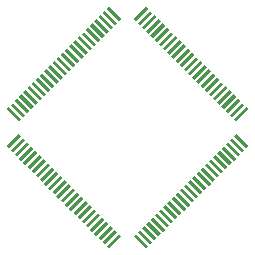
<source format=gbr>
G04 #@! TF.GenerationSoftware,KiCad,Pcbnew,5.0.0-rc2-unknown-da66005~65~ubuntu16.04.1*
G04 #@! TF.CreationDate,2018-05-28T11:28:40+02:00*
G04 #@! TF.ProjectId,AD8113 Breakout LQFP 100,41443831313320427265616B6F757420,rev?*
G04 #@! TF.SameCoordinates,Original*
G04 #@! TF.FileFunction,Paste,Top*
G04 #@! TF.FilePolarity,Positive*
%FSLAX46Y46*%
G04 Gerber Fmt 4.6, Leading zero omitted, Abs format (unit mm)*
G04 Created by KiCad (PCBNEW 5.0.0-rc2-unknown-da66005~65~ubuntu16.04.1) date Mon May 28 11:28:40 2018*
%MOMM*%
%LPD*%
G01*
G04 APERTURE LIST*
%ADD10C,0.279400*%
%ADD11C,0.050000*%
G04 APERTURE END LIST*
D10*
G04 #@! TO.C,U1*
X167515512Y-108690795D03*
D11*
G36*
X167093440Y-108071157D02*
X168135150Y-109112867D01*
X167937584Y-109310433D01*
X166895874Y-108268723D01*
X167093440Y-108071157D01*
X167093440Y-108071157D01*
G37*
D10*
X167869067Y-108337240D03*
D11*
G36*
X167446995Y-107717602D02*
X168488705Y-108759312D01*
X168291139Y-108956878D01*
X167249429Y-107915168D01*
X167446995Y-107717602D01*
X167446995Y-107717602D01*
G37*
D10*
X168222620Y-107983688D03*
D11*
G36*
X167800548Y-107364050D02*
X168842258Y-108405760D01*
X168644692Y-108603326D01*
X167602982Y-107561616D01*
X167800548Y-107364050D01*
X167800548Y-107364050D01*
G37*
D10*
X168576172Y-107630135D03*
D11*
G36*
X168154100Y-107010497D02*
X169195810Y-108052207D01*
X168998244Y-108249773D01*
X167956534Y-107208063D01*
X168154100Y-107010497D01*
X168154100Y-107010497D01*
G37*
D10*
X168929727Y-107276581D03*
D11*
G36*
X168507655Y-106656943D02*
X169549365Y-107698653D01*
X169351799Y-107896219D01*
X168310089Y-106854509D01*
X168507655Y-106656943D01*
X168507655Y-106656943D01*
G37*
D10*
X169283279Y-106923028D03*
D11*
G36*
X168861207Y-106303390D02*
X169902917Y-107345100D01*
X169705351Y-107542666D01*
X168663641Y-106500956D01*
X168861207Y-106303390D01*
X168861207Y-106303390D01*
G37*
D10*
X169636834Y-106569473D03*
D11*
G36*
X169214762Y-105949835D02*
X170256472Y-106991545D01*
X170058906Y-107189111D01*
X169017196Y-106147401D01*
X169214762Y-105949835D01*
X169214762Y-105949835D01*
G37*
D10*
X169990387Y-106215921D03*
D11*
G36*
X169568315Y-105596283D02*
X170610025Y-106637993D01*
X170412459Y-106835559D01*
X169370749Y-105793849D01*
X169568315Y-105596283D01*
X169568315Y-105596283D01*
G37*
D10*
X170343939Y-105862368D03*
D11*
G36*
X169921867Y-105242730D02*
X170963577Y-106284440D01*
X170766011Y-106482006D01*
X169724301Y-105440296D01*
X169921867Y-105242730D01*
X169921867Y-105242730D01*
G37*
D10*
X170697494Y-105508814D03*
D11*
G36*
X170275422Y-104889176D02*
X171317132Y-105930886D01*
X171119566Y-106128452D01*
X170077856Y-105086742D01*
X170275422Y-104889176D01*
X170275422Y-104889176D01*
G37*
D10*
X171051046Y-105155261D03*
D11*
G36*
X170628974Y-104535623D02*
X171670684Y-105577333D01*
X171473118Y-105774899D01*
X170431408Y-104733189D01*
X170628974Y-104535623D01*
X170628974Y-104535623D01*
G37*
D10*
X171404599Y-104801708D03*
D11*
G36*
X170982527Y-104182070D02*
X172024237Y-105223780D01*
X171826671Y-105421346D01*
X170784961Y-104379636D01*
X170982527Y-104182070D01*
X170982527Y-104182070D01*
G37*
D10*
X171758154Y-104448154D03*
D11*
G36*
X171336082Y-103828516D02*
X172377792Y-104870226D01*
X172180226Y-105067792D01*
X171138516Y-104026082D01*
X171336082Y-103828516D01*
X171336082Y-103828516D01*
G37*
D10*
X172111706Y-104094601D03*
D11*
G36*
X171689634Y-103474963D02*
X172731344Y-104516673D01*
X172533778Y-104714239D01*
X171492068Y-103672529D01*
X171689634Y-103474963D01*
X171689634Y-103474963D01*
G37*
D10*
X172465261Y-103741046D03*
D11*
G36*
X172043189Y-103121408D02*
X173084899Y-104163118D01*
X172887333Y-104360684D01*
X171845623Y-103318974D01*
X172043189Y-103121408D01*
X172043189Y-103121408D01*
G37*
D10*
X172818814Y-103387494D03*
D11*
G36*
X172396742Y-102767856D02*
X173438452Y-103809566D01*
X173240886Y-104007132D01*
X172199176Y-102965422D01*
X172396742Y-102767856D01*
X172396742Y-102767856D01*
G37*
D10*
X173172367Y-103033941D03*
D11*
G36*
X172750295Y-102414303D02*
X173792005Y-103456013D01*
X173594439Y-103653579D01*
X172552729Y-102611869D01*
X172750295Y-102414303D01*
X172750295Y-102414303D01*
G37*
D10*
X173525921Y-102680387D03*
D11*
G36*
X173103849Y-102060749D02*
X174145559Y-103102459D01*
X173947993Y-103300025D01*
X172906283Y-102258315D01*
X173103849Y-102060749D01*
X173103849Y-102060749D01*
G37*
D10*
X173879473Y-102326834D03*
D11*
G36*
X173457401Y-101707196D02*
X174499111Y-102748906D01*
X174301545Y-102946472D01*
X173259835Y-101904762D01*
X173457401Y-101707196D01*
X173457401Y-101707196D01*
G37*
D10*
X174233028Y-101973279D03*
D11*
G36*
X173810956Y-101353641D02*
X174852666Y-102395351D01*
X174655100Y-102592917D01*
X173613390Y-101551207D01*
X173810956Y-101353641D01*
X173810956Y-101353641D01*
G37*
D10*
X174586581Y-101619727D03*
D11*
G36*
X174164509Y-101000089D02*
X175206219Y-102041799D01*
X175008653Y-102239365D01*
X173966943Y-101197655D01*
X174164509Y-101000089D01*
X174164509Y-101000089D01*
G37*
D10*
X174940133Y-101266174D03*
D11*
G36*
X174518061Y-100646536D02*
X175559771Y-101688246D01*
X175362205Y-101885812D01*
X174320495Y-100844102D01*
X174518061Y-100646536D01*
X174518061Y-100646536D01*
G37*
D10*
X175293688Y-100912620D03*
D11*
G36*
X174871616Y-100292982D02*
X175913326Y-101334692D01*
X175715760Y-101532258D01*
X174674050Y-100490548D01*
X174871616Y-100292982D01*
X174871616Y-100292982D01*
G37*
D10*
X175647240Y-100559067D03*
D11*
G36*
X175225168Y-99939429D02*
X176266878Y-100981139D01*
X176069312Y-101178705D01*
X175027602Y-100136995D01*
X175225168Y-99939429D01*
X175225168Y-99939429D01*
G37*
D10*
X176000795Y-100205512D03*
D11*
G36*
X175578723Y-99585874D02*
X176620433Y-100627584D01*
X176422867Y-100825150D01*
X175381157Y-99783440D01*
X175578723Y-99585874D01*
X175578723Y-99585874D01*
G37*
D10*
X176000795Y-97914488D03*
D11*
G36*
X176620433Y-97492416D02*
X175578723Y-98534126D01*
X175381157Y-98336560D01*
X176422867Y-97294850D01*
X176620433Y-97492416D01*
X176620433Y-97492416D01*
G37*
D10*
X175647240Y-97560933D03*
D11*
G36*
X176266878Y-97138861D02*
X175225168Y-98180571D01*
X175027602Y-97983005D01*
X176069312Y-96941295D01*
X176266878Y-97138861D01*
X176266878Y-97138861D01*
G37*
D10*
X175293688Y-97207380D03*
D11*
G36*
X175913326Y-96785308D02*
X174871616Y-97827018D01*
X174674050Y-97629452D01*
X175715760Y-96587742D01*
X175913326Y-96785308D01*
X175913326Y-96785308D01*
G37*
D10*
X174940135Y-96853828D03*
D11*
G36*
X175559773Y-96431756D02*
X174518063Y-97473466D01*
X174320497Y-97275900D01*
X175362207Y-96234190D01*
X175559773Y-96431756D01*
X175559773Y-96431756D01*
G37*
D10*
X174586581Y-96500273D03*
D11*
G36*
X175206219Y-96078201D02*
X174164509Y-97119911D01*
X173966943Y-96922345D01*
X175008653Y-95880635D01*
X175206219Y-96078201D01*
X175206219Y-96078201D01*
G37*
D10*
X174233028Y-96146721D03*
D11*
G36*
X174852666Y-95724649D02*
X173810956Y-96766359D01*
X173613390Y-96568793D01*
X174655100Y-95527083D01*
X174852666Y-95724649D01*
X174852666Y-95724649D01*
G37*
D10*
X173879473Y-95793166D03*
D11*
G36*
X174499111Y-95371094D02*
X173457401Y-96412804D01*
X173259835Y-96215238D01*
X174301545Y-95173528D01*
X174499111Y-95371094D01*
X174499111Y-95371094D01*
G37*
D10*
X173525921Y-95439613D03*
D11*
G36*
X174145559Y-95017541D02*
X173103849Y-96059251D01*
X172906283Y-95861685D01*
X173947993Y-94819975D01*
X174145559Y-95017541D01*
X174145559Y-95017541D01*
G37*
D10*
X173172368Y-95086061D03*
D11*
G36*
X173792006Y-94663989D02*
X172750296Y-95705699D01*
X172552730Y-95508133D01*
X173594440Y-94466423D01*
X173792006Y-94663989D01*
X173792006Y-94663989D01*
G37*
D10*
X172818814Y-94732506D03*
D11*
G36*
X173438452Y-94310434D02*
X172396742Y-95352144D01*
X172199176Y-95154578D01*
X173240886Y-94112868D01*
X173438452Y-94310434D01*
X173438452Y-94310434D01*
G37*
D10*
X172465261Y-94378954D03*
D11*
G36*
X173084899Y-93956882D02*
X172043189Y-94998592D01*
X171845623Y-94801026D01*
X172887333Y-93759316D01*
X173084899Y-93956882D01*
X173084899Y-93956882D01*
G37*
D10*
X172111706Y-94025399D03*
D11*
G36*
X172731344Y-93603327D02*
X171689634Y-94645037D01*
X171492068Y-94447471D01*
X172533778Y-93405761D01*
X172731344Y-93603327D01*
X172731344Y-93603327D01*
G37*
D10*
X171758154Y-93671846D03*
D11*
G36*
X172377792Y-93249774D02*
X171336082Y-94291484D01*
X171138516Y-94093918D01*
X172180226Y-93052208D01*
X172377792Y-93249774D01*
X172377792Y-93249774D01*
G37*
D10*
X171404601Y-93318294D03*
D11*
G36*
X172024239Y-92896222D02*
X170982529Y-93937932D01*
X170784963Y-93740366D01*
X171826673Y-92698656D01*
X172024239Y-92896222D01*
X172024239Y-92896222D01*
G37*
D10*
X171051046Y-92964739D03*
D11*
G36*
X171670684Y-92542667D02*
X170628974Y-93584377D01*
X170431408Y-93386811D01*
X171473118Y-92345101D01*
X171670684Y-92542667D01*
X171670684Y-92542667D01*
G37*
D10*
X170697494Y-92611186D03*
D11*
G36*
X171317132Y-92189114D02*
X170275422Y-93230824D01*
X170077856Y-93033258D01*
X171119566Y-91991548D01*
X171317132Y-92189114D01*
X171317132Y-92189114D01*
G37*
D10*
X170343939Y-92257632D03*
D11*
G36*
X170963577Y-91835560D02*
X169921867Y-92877270D01*
X169724301Y-92679704D01*
X170766011Y-91637994D01*
X170963577Y-91835560D01*
X170963577Y-91835560D01*
G37*
D10*
X169990387Y-91904079D03*
D11*
G36*
X170610025Y-91482007D02*
X169568315Y-92523717D01*
X169370749Y-92326151D01*
X170412459Y-91284441D01*
X170610025Y-91482007D01*
X170610025Y-91482007D01*
G37*
D10*
X169636834Y-91550527D03*
D11*
G36*
X170256472Y-91128455D02*
X169214762Y-92170165D01*
X169017196Y-91972599D01*
X170058906Y-90930889D01*
X170256472Y-91128455D01*
X170256472Y-91128455D01*
G37*
D10*
X169283279Y-91196972D03*
D11*
G36*
X169902917Y-90774900D02*
X168861207Y-91816610D01*
X168663641Y-91619044D01*
X169705351Y-90577334D01*
X169902917Y-90774900D01*
X169902917Y-90774900D01*
G37*
D10*
X168929727Y-90843419D03*
D11*
G36*
X169549365Y-90421347D02*
X168507655Y-91463057D01*
X168310089Y-91265491D01*
X169351799Y-90223781D01*
X169549365Y-90421347D01*
X169549365Y-90421347D01*
G37*
D10*
X168576172Y-90489865D03*
D11*
G36*
X169195810Y-90067793D02*
X168154100Y-91109503D01*
X167956534Y-90911937D01*
X168998244Y-89870227D01*
X169195810Y-90067793D01*
X169195810Y-90067793D01*
G37*
D10*
X168222620Y-90136312D03*
D11*
G36*
X168842258Y-89714240D02*
X167800548Y-90755950D01*
X167602982Y-90558384D01*
X168644692Y-89516674D01*
X168842258Y-89714240D01*
X168842258Y-89714240D01*
G37*
D10*
X167869067Y-89782760D03*
D11*
G36*
X168488705Y-89360688D02*
X167446995Y-90402398D01*
X167249429Y-90204832D01*
X168291139Y-89163122D01*
X168488705Y-89360688D01*
X168488705Y-89360688D01*
G37*
D10*
X167515512Y-89429205D03*
D11*
G36*
X168135150Y-89007133D02*
X167093440Y-90048843D01*
X166895874Y-89851277D01*
X167937584Y-88809567D01*
X168135150Y-89007133D01*
X168135150Y-89007133D01*
G37*
D10*
X165224488Y-89429205D03*
D11*
G36*
X164802416Y-88809567D02*
X165844126Y-89851277D01*
X165646560Y-90048843D01*
X164604850Y-89007133D01*
X164802416Y-88809567D01*
X164802416Y-88809567D01*
G37*
D10*
X164870933Y-89782760D03*
D11*
G36*
X164448861Y-89163122D02*
X165490571Y-90204832D01*
X165293005Y-90402398D01*
X164251295Y-89360688D01*
X164448861Y-89163122D01*
X164448861Y-89163122D01*
G37*
D10*
X164517380Y-90136312D03*
D11*
G36*
X164095308Y-89516674D02*
X165137018Y-90558384D01*
X164939452Y-90755950D01*
X163897742Y-89714240D01*
X164095308Y-89516674D01*
X164095308Y-89516674D01*
G37*
D10*
X164163828Y-90489865D03*
D11*
G36*
X163741756Y-89870227D02*
X164783466Y-90911937D01*
X164585900Y-91109503D01*
X163544190Y-90067793D01*
X163741756Y-89870227D01*
X163741756Y-89870227D01*
G37*
D10*
X163810273Y-90843419D03*
D11*
G36*
X163388201Y-90223781D02*
X164429911Y-91265491D01*
X164232345Y-91463057D01*
X163190635Y-90421347D01*
X163388201Y-90223781D01*
X163388201Y-90223781D01*
G37*
D10*
X163456721Y-91196972D03*
D11*
G36*
X163034649Y-90577334D02*
X164076359Y-91619044D01*
X163878793Y-91816610D01*
X162837083Y-90774900D01*
X163034649Y-90577334D01*
X163034649Y-90577334D01*
G37*
D10*
X163103166Y-91550527D03*
D11*
G36*
X162681094Y-90930889D02*
X163722804Y-91972599D01*
X163525238Y-92170165D01*
X162483528Y-91128455D01*
X162681094Y-90930889D01*
X162681094Y-90930889D01*
G37*
D10*
X162749613Y-91904079D03*
D11*
G36*
X162327541Y-91284441D02*
X163369251Y-92326151D01*
X163171685Y-92523717D01*
X162129975Y-91482007D01*
X162327541Y-91284441D01*
X162327541Y-91284441D01*
G37*
D10*
X162396061Y-92257632D03*
D11*
G36*
X161973989Y-91637994D02*
X163015699Y-92679704D01*
X162818133Y-92877270D01*
X161776423Y-91835560D01*
X161973989Y-91637994D01*
X161973989Y-91637994D01*
G37*
D10*
X162042506Y-92611186D03*
D11*
G36*
X161620434Y-91991548D02*
X162662144Y-93033258D01*
X162464578Y-93230824D01*
X161422868Y-92189114D01*
X161620434Y-91991548D01*
X161620434Y-91991548D01*
G37*
D10*
X161688954Y-92964739D03*
D11*
G36*
X161266882Y-92345101D02*
X162308592Y-93386811D01*
X162111026Y-93584377D01*
X161069316Y-92542667D01*
X161266882Y-92345101D01*
X161266882Y-92345101D01*
G37*
D10*
X161335399Y-93318294D03*
D11*
G36*
X160913327Y-92698656D02*
X161955037Y-93740366D01*
X161757471Y-93937932D01*
X160715761Y-92896222D01*
X160913327Y-92698656D01*
X160913327Y-92698656D01*
G37*
D10*
X160981846Y-93671846D03*
D11*
G36*
X160559774Y-93052208D02*
X161601484Y-94093918D01*
X161403918Y-94291484D01*
X160362208Y-93249774D01*
X160559774Y-93052208D01*
X160559774Y-93052208D01*
G37*
D10*
X160628294Y-94025399D03*
D11*
G36*
X160206222Y-93405761D02*
X161247932Y-94447471D01*
X161050366Y-94645037D01*
X160008656Y-93603327D01*
X160206222Y-93405761D01*
X160206222Y-93405761D01*
G37*
D10*
X160274739Y-94378954D03*
D11*
G36*
X159852667Y-93759316D02*
X160894377Y-94801026D01*
X160696811Y-94998592D01*
X159655101Y-93956882D01*
X159852667Y-93759316D01*
X159852667Y-93759316D01*
G37*
D10*
X159921186Y-94732506D03*
D11*
G36*
X159499114Y-94112868D02*
X160540824Y-95154578D01*
X160343258Y-95352144D01*
X159301548Y-94310434D01*
X159499114Y-94112868D01*
X159499114Y-94112868D01*
G37*
D10*
X159567632Y-95086061D03*
D11*
G36*
X159145560Y-94466423D02*
X160187270Y-95508133D01*
X159989704Y-95705699D01*
X158947994Y-94663989D01*
X159145560Y-94466423D01*
X159145560Y-94466423D01*
G37*
D10*
X159214079Y-95439613D03*
D11*
G36*
X158792007Y-94819975D02*
X159833717Y-95861685D01*
X159636151Y-96059251D01*
X158594441Y-95017541D01*
X158792007Y-94819975D01*
X158792007Y-94819975D01*
G37*
D10*
X158860527Y-95793166D03*
D11*
G36*
X158438455Y-95173528D02*
X159480165Y-96215238D01*
X159282599Y-96412804D01*
X158240889Y-95371094D01*
X158438455Y-95173528D01*
X158438455Y-95173528D01*
G37*
D10*
X158506972Y-96146721D03*
D11*
G36*
X158084900Y-95527083D02*
X159126610Y-96568793D01*
X158929044Y-96766359D01*
X157887334Y-95724649D01*
X158084900Y-95527083D01*
X158084900Y-95527083D01*
G37*
D10*
X158153419Y-96500273D03*
D11*
G36*
X157731347Y-95880635D02*
X158773057Y-96922345D01*
X158575491Y-97119911D01*
X157533781Y-96078201D01*
X157731347Y-95880635D01*
X157731347Y-95880635D01*
G37*
D10*
X157799865Y-96853828D03*
D11*
G36*
X157377793Y-96234190D02*
X158419503Y-97275900D01*
X158221937Y-97473466D01*
X157180227Y-96431756D01*
X157377793Y-96234190D01*
X157377793Y-96234190D01*
G37*
D10*
X157446312Y-97207380D03*
D11*
G36*
X157024240Y-96587742D02*
X158065950Y-97629452D01*
X157868384Y-97827018D01*
X156826674Y-96785308D01*
X157024240Y-96587742D01*
X157024240Y-96587742D01*
G37*
D10*
X157092760Y-97560933D03*
D11*
G36*
X156670688Y-96941295D02*
X157712398Y-97983005D01*
X157514832Y-98180571D01*
X156473122Y-97138861D01*
X156670688Y-96941295D01*
X156670688Y-96941295D01*
G37*
D10*
X156739205Y-97914488D03*
D11*
G36*
X156317133Y-97294850D02*
X157358843Y-98336560D01*
X157161277Y-98534126D01*
X156119567Y-97492416D01*
X156317133Y-97294850D01*
X156317133Y-97294850D01*
G37*
D10*
X156739205Y-100205512D03*
D11*
G36*
X157358843Y-99783440D02*
X156317133Y-100825150D01*
X156119567Y-100627584D01*
X157161277Y-99585874D01*
X157358843Y-99783440D01*
X157358843Y-99783440D01*
G37*
D10*
X157092760Y-100559067D03*
D11*
G36*
X157712398Y-100136995D02*
X156670688Y-101178705D01*
X156473122Y-100981139D01*
X157514832Y-99939429D01*
X157712398Y-100136995D01*
X157712398Y-100136995D01*
G37*
D10*
X157446312Y-100912620D03*
D11*
G36*
X158065950Y-100490548D02*
X157024240Y-101532258D01*
X156826674Y-101334692D01*
X157868384Y-100292982D01*
X158065950Y-100490548D01*
X158065950Y-100490548D01*
G37*
D10*
X157799865Y-101266172D03*
D11*
G36*
X158419503Y-100844100D02*
X157377793Y-101885810D01*
X157180227Y-101688244D01*
X158221937Y-100646534D01*
X158419503Y-100844100D01*
X158419503Y-100844100D01*
G37*
D10*
X158153419Y-101619727D03*
D11*
G36*
X158773057Y-101197655D02*
X157731347Y-102239365D01*
X157533781Y-102041799D01*
X158575491Y-101000089D01*
X158773057Y-101197655D01*
X158773057Y-101197655D01*
G37*
D10*
X158506972Y-101973279D03*
D11*
G36*
X159126610Y-101551207D02*
X158084900Y-102592917D01*
X157887334Y-102395351D01*
X158929044Y-101353641D01*
X159126610Y-101551207D01*
X159126610Y-101551207D01*
G37*
D10*
X158860527Y-102326834D03*
D11*
G36*
X159480165Y-101904762D02*
X158438455Y-102946472D01*
X158240889Y-102748906D01*
X159282599Y-101707196D01*
X159480165Y-101904762D01*
X159480165Y-101904762D01*
G37*
D10*
X159214079Y-102680387D03*
D11*
G36*
X159833717Y-102258315D02*
X158792007Y-103300025D01*
X158594441Y-103102459D01*
X159636151Y-102060749D01*
X159833717Y-102258315D01*
X159833717Y-102258315D01*
G37*
D10*
X159567632Y-103033939D03*
D11*
G36*
X160187270Y-102611867D02*
X159145560Y-103653577D01*
X158947994Y-103456011D01*
X159989704Y-102414301D01*
X160187270Y-102611867D01*
X160187270Y-102611867D01*
G37*
D10*
X159921186Y-103387494D03*
D11*
G36*
X160540824Y-102965422D02*
X159499114Y-104007132D01*
X159301548Y-103809566D01*
X160343258Y-102767856D01*
X160540824Y-102965422D01*
X160540824Y-102965422D01*
G37*
D10*
X160274739Y-103741046D03*
D11*
G36*
X160894377Y-103318974D02*
X159852667Y-104360684D01*
X159655101Y-104163118D01*
X160696811Y-103121408D01*
X160894377Y-103318974D01*
X160894377Y-103318974D01*
G37*
D10*
X160628294Y-104094601D03*
D11*
G36*
X161247932Y-103672529D02*
X160206222Y-104714239D01*
X160008656Y-104516673D01*
X161050366Y-103474963D01*
X161247932Y-103672529D01*
X161247932Y-103672529D01*
G37*
D10*
X160981846Y-104448154D03*
D11*
G36*
X161601484Y-104026082D02*
X160559774Y-105067792D01*
X160362208Y-104870226D01*
X161403918Y-103828516D01*
X161601484Y-104026082D01*
X161601484Y-104026082D01*
G37*
D10*
X161335399Y-104801706D03*
D11*
G36*
X161955037Y-104379634D02*
X160913327Y-105421344D01*
X160715761Y-105223778D01*
X161757471Y-104182068D01*
X161955037Y-104379634D01*
X161955037Y-104379634D01*
G37*
D10*
X161688954Y-105155261D03*
D11*
G36*
X162308592Y-104733189D02*
X161266882Y-105774899D01*
X161069316Y-105577333D01*
X162111026Y-104535623D01*
X162308592Y-104733189D01*
X162308592Y-104733189D01*
G37*
D10*
X162042506Y-105508814D03*
D11*
G36*
X162662144Y-105086742D02*
X161620434Y-106128452D01*
X161422868Y-105930886D01*
X162464578Y-104889176D01*
X162662144Y-105086742D01*
X162662144Y-105086742D01*
G37*
D10*
X162396061Y-105862368D03*
D11*
G36*
X163015699Y-105440296D02*
X161973989Y-106482006D01*
X161776423Y-106284440D01*
X162818133Y-105242730D01*
X163015699Y-105440296D01*
X163015699Y-105440296D01*
G37*
D10*
X162749613Y-106215921D03*
D11*
G36*
X163369251Y-105793849D02*
X162327541Y-106835559D01*
X162129975Y-106637993D01*
X163171685Y-105596283D01*
X163369251Y-105793849D01*
X163369251Y-105793849D01*
G37*
D10*
X163103166Y-106569473D03*
D11*
G36*
X163722804Y-106147401D02*
X162681094Y-107189111D01*
X162483528Y-106991545D01*
X163525238Y-105949835D01*
X163722804Y-106147401D01*
X163722804Y-106147401D01*
G37*
D10*
X163456721Y-106923028D03*
D11*
G36*
X164076359Y-106500956D02*
X163034649Y-107542666D01*
X162837083Y-107345100D01*
X163878793Y-106303390D01*
X164076359Y-106500956D01*
X164076359Y-106500956D01*
G37*
D10*
X163810273Y-107276581D03*
D11*
G36*
X164429911Y-106854509D02*
X163388201Y-107896219D01*
X163190635Y-107698653D01*
X164232345Y-106656943D01*
X164429911Y-106854509D01*
X164429911Y-106854509D01*
G37*
D10*
X164163828Y-107630135D03*
D11*
G36*
X164783466Y-107208063D02*
X163741756Y-108249773D01*
X163544190Y-108052207D01*
X164585900Y-107010497D01*
X164783466Y-107208063D01*
X164783466Y-107208063D01*
G37*
D10*
X164517380Y-107983688D03*
D11*
G36*
X165137018Y-107561616D02*
X164095308Y-108603326D01*
X163897742Y-108405760D01*
X164939452Y-107364050D01*
X165137018Y-107561616D01*
X165137018Y-107561616D01*
G37*
D10*
X164870933Y-108337240D03*
D11*
G36*
X165490571Y-107915168D02*
X164448861Y-108956878D01*
X164251295Y-108759312D01*
X165293005Y-107717602D01*
X165490571Y-107915168D01*
X165490571Y-107915168D01*
G37*
D10*
X165224488Y-108690795D03*
D11*
G36*
X165844126Y-108268723D02*
X164802416Y-109310433D01*
X164604850Y-109112867D01*
X165646560Y-108071157D01*
X165844126Y-108268723D01*
X165844126Y-108268723D01*
G37*
G04 #@! TD*
M02*

</source>
